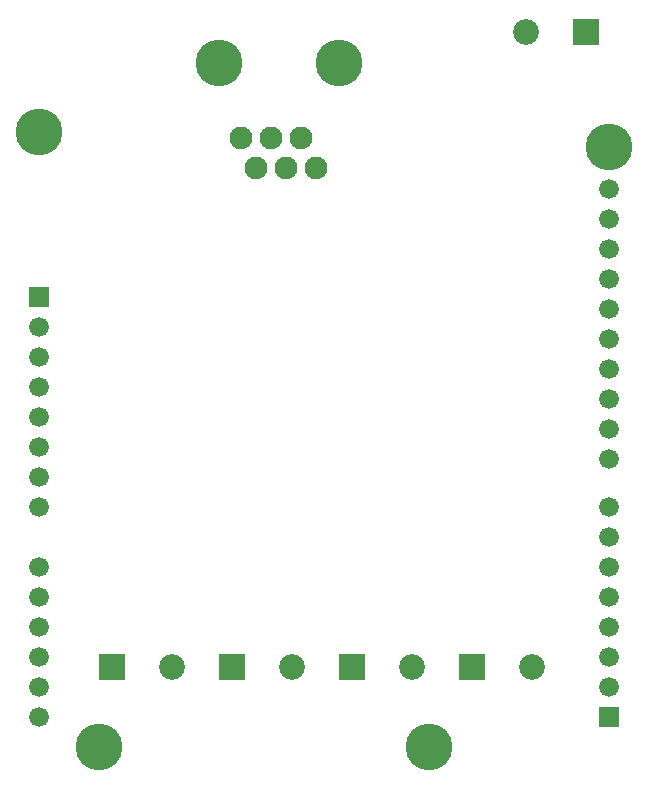
<source format=gbr>
G04 start of page 7 for group -4062 idx -4062 *
G04 Title: (unknown), soldermask *
G04 Creator: pcb 20140316 *
G04 CreationDate: Wed 30 Mar 2016 07:58:56 PM GMT UTC *
G04 For: ndholmes *
G04 Format: Gerber/RS-274X *
G04 PCB-Dimensions (mil): 2100.00 2700.00 *
G04 PCB-Coordinate-Origin: lower left *
%MOIN*%
%FSLAX25Y25*%
%LNBOTTOMMASK*%
%ADD65C,0.0760*%
%ADD64C,0.0860*%
%ADD63C,0.0001*%
%ADD62C,0.0660*%
%ADD61C,0.1560*%
G54D61*X30000Y10000D03*
G54D62*X10000Y70000D03*
Y60000D03*
Y50000D03*
Y40000D03*
Y30000D03*
Y20000D03*
G54D63*G36*
X70200Y40800D02*Y32200D01*
X78800D01*
Y40800D01*
X70200D01*
G37*
G36*
X30200D02*Y32200D01*
X38800D01*
Y40800D01*
X30200D01*
G37*
G54D64*X54500Y36500D03*
X94500D03*
G54D61*X200000Y210000D03*
G54D62*Y70000D03*
Y80000D03*
Y90000D03*
Y106000D03*
Y116000D03*
Y126000D03*
Y136000D03*
Y146000D03*
Y156000D03*
Y166000D03*
Y186000D03*
Y196000D03*
G54D63*G36*
X188100Y252700D02*Y244100D01*
X196700D01*
Y252700D01*
X188100D01*
G37*
G54D64*X172400Y248400D03*
G54D61*X140000Y10000D03*
G54D63*G36*
X110200Y40800D02*Y32200D01*
X118800D01*
Y40800D01*
X110200D01*
G37*
G54D64*X134500Y36500D03*
G54D62*X200000Y176000D03*
G54D63*G36*
X196700Y23300D02*Y16700D01*
X203300D01*
Y23300D01*
X196700D01*
G37*
G54D62*X200000Y30000D03*
Y40000D03*
Y50000D03*
Y60000D03*
G54D63*G36*
X150200Y40800D02*Y32200D01*
X158800D01*
Y40800D01*
X150200D01*
G37*
G54D64*X174500Y36500D03*
G54D61*X10000Y215000D03*
G54D63*G36*
X6700Y163300D02*Y156700D01*
X13300D01*
Y163300D01*
X6700D01*
G37*
G54D62*X10000Y150000D03*
Y140000D03*
Y130000D03*
Y120000D03*
Y110000D03*
Y100000D03*
Y90000D03*
G54D65*X102500Y203000D03*
X97500Y213000D03*
X92500Y203000D03*
X87500Y213000D03*
X82500Y203000D03*
X77500Y213000D03*
G54D61*X70000Y238000D03*
X110000D03*
M02*

</source>
